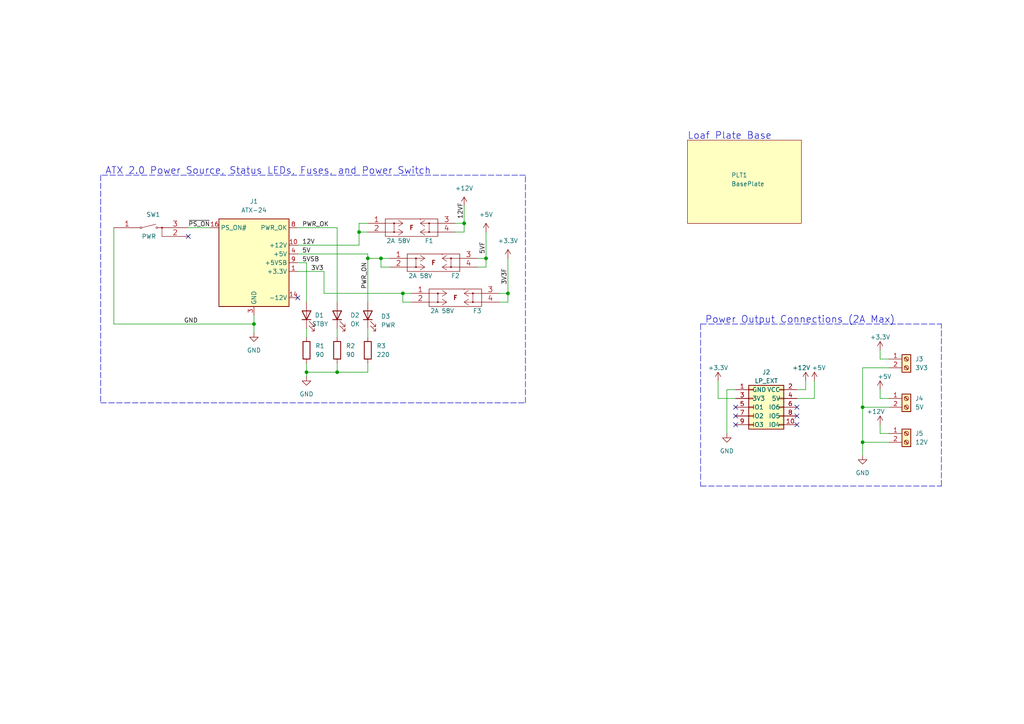
<source format=kicad_sch>
(kicad_sch (version 20211123) (generator eeschema)
  (paper "A4")
  (title_block (title "PSU Plate") (date "2022-12-23") (rev "0") (company "Microcode.io"))
  (lib_symbols
    (symbol "BasePlate:BasePlate"
      (property "Reference" "PLT" (at 0 0 0))
      (property "Value" "BasePlate" (at 0 13.97 0))
      (symbol "BasePlate_0_1"
        (rectangle (start -16.51 12.7) (end 16.51 -11.43) (fill (type background)))
      )
    )
    (symbol "Connector:ATX-24"
      (property "Reference" "J1" (at 0 17.78 0))
      (property "Value" "ATX-24" (at 0 15.24 0))
      (symbol "ATX-24_0_1"
        (rectangle (start -10.16 12.7) (end 10.16 -12.7) (stroke (width 0.254)) (fill (type background)))
      )
      (symbol "ATX-24_1_1"
        (pin power_out line (at 12.7 -2.54 180) (length 2.54) (name "+3.3V") (number "1"))
        (pin power_out line (at 12.7 5.08 180) (length 2.54) (name "+12V") (number "10"))
        (pin passive line (at 12.7 5.08 180) (length 2.54) hide (name "+12V") (number "11"))
        (pin no_connect line (at 12.7 -2.54 180) (length 2.54) hide (name "+3.3V") (number "12"))
        (pin passive line (at 12.7 -2.54 180) (length 2.54) hide (name "+3.3V") (number "13"))
        (pin power_out line (at 12.7 -10.16 180) (length 2.54) (name "-12V") (number "14"))
        (pin passive line (at 0 -15.24 90) (length 2.54) hide (name "GND") (number "15"))
        (pin open_collector line (at -12.7 10.16 0) (length 2.54) (name "PS_ON#") (number "16"))
        (pin passive line (at 0 -15.24 90) (length 2.54) hide (name "GND") (number "17"))
        (pin passive line (at 0 -15.24 90) (length 2.54) hide (name "GND") (number "18"))
        (pin passive line (at 0 -15.24 90) (length 2.54) hide (name "GND") (number "19"))
        (pin passive line (at 12.7 -2.54 180) (length 2.54) hide (name "+3.3V") (number "2"))
        (pin no_connect line (at -10.16 0 0) (length 2.54) hide (name "NC") (number "20"))
        (pin passive line (at 12.7 2.54 180) (length 2.54) hide (name "+5V") (number "21"))
        (pin passive line (at 12.7 2.54 180) (length 2.54) hide (name "+5V") (number "22"))
        (pin passive line (at 12.7 2.54 180) (length 2.54) hide (name "+5V") (number "23"))
        (pin passive line (at 0 -15.24 90) (length 2.54) hide (name "GND") (number "24"))
        (pin power_out line (at 0 -15.24 90) (length 2.54) (name "GND") (number "3"))
        (pin power_out line (at 12.7 2.54 180) (length 2.54) (name "+5V") (number "4"))
        (pin passive line (at 0 -15.24 90) (length 2.54) hide (name "GND") (number "5"))
        (pin passive line (at 12.7 2.54 180) (length 2.54) hide (name "+5V") (number "6"))
        (pin passive line (at 0 -15.24 90) (length 2.54) hide (name "GND") (number "7"))
        (pin output line (at 12.7 10.16 180) (length 2.54) (name "PWR_OK") (number "8"))
        (pin power_out line (at 12.7 0 180) (length 2.54) (name "+5VSB") (number "9"))
      )
    )
    (symbol "Connector:Screw_Terminal_01x02" (pin_names (offset 1.016) hide)
      (property "Reference" "J" (at 0 2.54 0))
      (property "Value" "Screw_Terminal_01x02" (at 0 -5.08 0))
      (symbol "Screw_Terminal_01x02_1_1"
        (rectangle (start -1.27 1.27) (end 1.27 -3.81) (stroke (width 0.254)) (fill (type background)))
        (circle (center 0 -2.54) (radius 0.635) (stroke (width 0.1524)))
        (polyline (pts (xy -0.5334 -2.2098) (xy 0.3302 -3.048)) (stroke (width 0.1524)))
        (polyline (pts (xy -0.5334 0.3302) (xy 0.3302 -0.508)) (stroke (width 0.1524)))
        (polyline (pts (xy -0.3556 -2.032) (xy 0.508 -2.8702)) (stroke (width 0.1524)))
        (polyline (pts (xy -0.3556 0.508) (xy 0.508 -0.3302)) (stroke (width 0.1524)))
        (circle (center 0 0) (radius 0.635) (stroke (width 0.1524)))
        (pin passive line (at -5.08 0 0) (length 3.81) (name "Pin_1") (number "1"))
        (pin passive line (at -5.08 -2.54 0) (length 3.81) (name "Pin_2") (number "2"))
      )
    )
    (symbol "Connector_Generic:Conn_02x05_Odd_Even" (pin_names (offset 1.016))
      (property "Reference" "J?" (at 0 10.16 0))
      (property "Value" "LP_EXT" (at 0 7.62 0))
      (symbol "Conn_02x05_Odd_Even_1_1"
        (rectangle (start -5.08 -4.953) (end -3.81 -5.207) (stroke (width 0.1524)))
        (rectangle (start -5.08 -2.413) (end -3.81 -2.667) (stroke (width 0.1524)))
        (rectangle (start -5.08 0.127) (end -3.81 -0.127) (stroke (width 0.1524)))
        (rectangle (start -5.08 2.667) (end -3.81 2.413) (stroke (width 0.1524)))
        (rectangle (start -5.08 5.207) (end -3.81 4.953) (stroke (width 0.1524)))
        (rectangle (start -5.08 6.35) (end 5.08 -6.35) (stroke (width 0.254)) (fill (type background)))
        (rectangle (start 5.08 -4.953) (end 3.81 -5.207) (stroke (width 0.1524)))
        (rectangle (start 5.08 -2.413) (end 3.81 -2.667) (stroke (width 0.1524)))
        (rectangle (start 5.08 0.127) (end 3.81 -0.127) (stroke (width 0.1524)))
        (rectangle (start 5.08 2.667) (end 3.81 2.413) (stroke (width 0.1524)))
        (rectangle (start 5.08 5.207) (end 3.81 4.953) (stroke (width 0.1524)))
        (pin passive line (at -8.89 5.08 0) (length 3.81) (name "GND") (number "1"))
        (pin bidirectional line (at 8.89 -5.08 180) (length 3.81) (name "IO4") (number "10"))
        (pin passive line (at 8.89 5.08 180) (length 3.81) (name "VCC") (number "2"))
        (pin passive line (at -8.89 2.54 0) (length 3.81) (name "3V3") (number "3"))
        (pin passive line (at 8.89 2.54 180) (length 3.81) (name "5V") (number "4"))
        (pin bidirectional line (at -8.89 0 0) (length 3.81) (name "IO1") (number "5"))
        (pin bidirectional line (at 8.89 0 180) (length 3.81) (name "IO6") (number "6"))
        (pin bidirectional line (at -8.89 -2.54 0) (length 3.81) (name "IO2") (number "7"))
        (pin bidirectional line (at 8.89 -2.54 180) (length 3.81) (name "IO5") (number "8"))
        (pin bidirectional line (at -8.89 -5.08 0) (length 3.81) (name "IO3") (number "9"))
      )
    )
    (symbol "Device:LED" (pin_numbers hide) (pin_names (offset 1.016) hide)
      (property "Reference" "D" (at 0 2.54 0))
      (property "Value" "LED" (at 0 -2.54 0))
      (symbol "LED_0_1"
        (polyline (pts (xy -1.27 -1.27) (xy -1.27 1.27)) (stroke (width 0.254)))
        (polyline (pts (xy -1.27 0) (xy 1.27 0)))
        (polyline (pts (xy 1.27 -1.27) (xy 1.27 1.27) (xy -1.27 0) (xy 1.27 -1.27)) (stroke (width 0.254)))
        (polyline (pts (xy -3.048 -0.762) (xy -4.572 -2.286) (xy -3.81 -2.286) (xy -4.572 -2.286) (xy -4.572 -1.524)))
        (polyline (pts (xy -1.778 -0.762) (xy -3.302 -2.286) (xy -2.54 -2.286) (xy -3.302 -2.286) (xy -3.302 -1.524)))
      )
      (symbol "LED_1_1"
        (pin passive line (at -3.81 0 0) (length 2.54) (name "K") (number "1"))
        (pin passive line (at 3.81 0 180) (length 2.54) (name "A") (number "2"))
      )
    )
    (symbol "Device:R" (pin_numbers hide) (pin_names (offset 0))
      (property "Reference" "R" (at 2.032 0 90))
      (property "Value" "R" (at 0 0 90))
      (symbol "R_0_1"
        (rectangle (start -1.016 -2.54) (end 1.016 2.54) (stroke (width 0.254)))
      )
      (symbol "R_1_1"
        (pin passive line (at 0 3.81 270) (length 1.27) (name "~") (number "1"))
        (pin passive line (at 0 -3.81 90) (length 1.27) (name "~") (number "2"))
      )
    )
    (symbol "ExtraParts:3557-2" (pin_names (offset 0.254) hide)
      (property "Reference" "J" (at -6.35 3.81 0))
      (property "Value" "3557-2" (at 3.81 3.81 0))
      (symbol "3557-2_0_0"
        (text "F" (at 0 0 0) (effects (font (size 1.27 1.27) bold)))
      )
      (symbol "3557-2_1_1"
        (rectangle (start -7.62 2.54) (end 7.62 -2.54))
        (circle (center -5.08 -1.27) (radius 0.127) (stroke (width 0.254)))
        (arc (start -5.08 1.143) (mid -5.08 1.397) (end -5.08 1.143) (stroke (width 0.254)))
        (circle (center -5.08 1.27) (radius 0.127) (stroke (width 0.254)))
        (polyline (pts (xy -5.08 1.27) (xy -5.08 -1.27)) (stroke (width 0.127)))
        (polyline (pts (xy -2.54 -1.27) (xy -7.62 -1.27)) (stroke (width 0.127)))
        (polyline (pts (xy -2.54 -1.27) (xy -3.81 -2.1082)) (stroke (width 0.127)))
        (polyline (pts (xy -2.54 -1.27) (xy -3.81 -0.4318)) (stroke (width 0.127)))
        (polyline (pts (xy -2.54 1.27) (xy -7.62 1.27)) (stroke (width 0.127)))
        (polyline (pts (xy -2.54 1.27) (xy -3.81 0.4318)) (stroke (width 0.127)))
        (polyline (pts (xy -2.54 1.27) (xy -3.81 2.1082)) (stroke (width 0.127)))
        (polyline (pts (xy 2.54 -1.27) (xy 3.81 -2.1082)) (stroke (width 0.127)))
        (polyline (pts (xy 2.54 -1.27) (xy 3.81 -0.4318)) (stroke (width 0.127)))
        (polyline (pts (xy 2.54 -1.27) (xy 7.62 -1.27)) (stroke (width 0.127)))
        (polyline (pts (xy 2.54 1.27) (xy 3.81 0.4318)) (stroke (width 0.127)))
        (polyline (pts (xy 2.54 1.27) (xy 3.81 2.1082)) (stroke (width 0.127)))
        (polyline (pts (xy 2.54 1.27) (xy 7.62 1.27)) (stroke (width 0.127)))
        (polyline (pts (xy 5.08 -1.27) (xy 5.08 1.27)) (stroke (width 0.127)))
        (arc (start 2.54 2.413) (mid 2.54 2.667) (end 2.54 2.413) (stroke (width 0.254)))
        (circle (center 5.08 -1.27) (radius 0.127) (stroke (width 0.254)))
        (arc (start 5.08 -1.143) (mid 5.08 -1.397) (end 5.08 -1.143) (stroke (width 0.254)))
        (circle (center 5.08 1.27) (radius 0.127) (stroke (width 0.254)))
        (arc (start 5.08 1.397) (mid 5.08 1.143) (end 5.08 1.397) (stroke (width 0.254)))
        (pin passive line (at -12.7 1.27 0) (length 5.08) (name "1") (number "1"))
        (pin passive line (at -12.7 -1.27 0) (length 5.08) (name "2") (number "2"))
        (pin passive line (at 12.7 1.27 180) (length 5.08) (name "3") (number "3"))
        (pin passive line (at 12.7 -1.27 180) (length 5.08) (name "4") (number "4"))
      )
    )
    (symbol "ExtraParts:AS11CH" (pin_names (offset 0.254) hide)
      (property "Reference" "SW1" (at 13.97 3.81 0))
      (property "Value" "PWR" (at 30.48 3.81 0))
      (property "Datasheet" "~" (at 20.32 0 0))
      (symbol "AS11CH_0_1"
        (polyline (pts (xy 24.13 0) (xy 22.86 0)))
      )
      (symbol "AS11CH_1_1"
        (polyline (pts (xy 18.288 0) (xy 22.352 1.016)) (stroke (width 0.127)))
        (polyline (pts (xy 24.13 0) (xy 24.13 -2.54)) (stroke (width 0.127)))
        (circle (center 18.034 0) (radius 0.254) (stroke (width 0.127)))
        (arc (start 18.288 0) (mid 17.78 0) (end 18.288 0) (stroke (width 0.127)))
        (circle (center 22.606 0) (radius 0.254) (stroke (width 0.127)))
        (arc (start 22.86 0) (mid 22.352 0) (end 22.86 0) (stroke (width 0.127)))
        (arc (start 24.13 -0.127) (mid 24.13 -0.127) (end 24.13 -0.127) (stroke (width 0.254)))
        (circle (center 24.13 0) (radius 0.127) (stroke (width 0.254)))
        (pin unspecified line (at 10.16 0 0) (length 7.62) (name "1") (number "1"))
        (pin unspecified line (at 31.75 -2.54 180) (length 7.62) (name "2") (number "2"))
        (pin unspecified line (at 31.75 0 180) (length 7.62) (name "3") (number "3"))
      )
    )
    (symbol "power:+12V" (power) (pin_names (offset 0))
      (property "Value" "+12V" (at 0 3.556 0))
      (symbol "+12V_0_1"
        (polyline (pts (xy -0.762 1.27) (xy 0 2.54)))
        (polyline (pts (xy 0 0) (xy 0 2.54)))
        (polyline (pts (xy 0 2.54) (xy 0.762 1.27)))
      )
      (symbol "+12V_1_1"
        (pin power_in line (at 0 0 90) (length 0) hide (name "+12V") (number "1"))
      )
    )
    (symbol "power:+3.3V" (power) (pin_names (offset 0))
      (property "Value" "+3.3V" (at 0 3.556 0))
      (symbol "+3.3V_0_1"
        (polyline (pts (xy -0.762 1.27) (xy 0 2.54)))
        (polyline (pts (xy 0 0) (xy 0 2.54)))
        (polyline (pts (xy 0 2.54) (xy 0.762 1.27)))
      )
      (symbol "+3.3V_1_1"
        (pin power_in line (at 0 0 90) (length 0) hide (name "+3.3V") (number "1"))
      )
    )
    (symbol "power:+5V" (power) (pin_names (offset 0))
      (property "Value" "+5V" (at 0 3.556 0))
      (symbol "+5V_0_1"
        (polyline (pts (xy -0.762 1.27) (xy 0 2.54)))
        (polyline (pts (xy 0 0) (xy 0 2.54)))
        (polyline (pts (xy 0 2.54) (xy 0.762 1.27)))
      )
      (symbol "+5V_1_1"
        (pin power_in line (at 0 0 90) (length 0) hide (name "+5V") (number "1"))
      )
    )
    (symbol "power:GND" (power) (pin_names (offset 0))
      (property "Value" "GND" (at 0 -3.81 0))
      (symbol "GND_0_1"
        (polyline (pts (xy 0 0) (xy 0 -1.27) (xy 1.27 -1.27) (xy 0 -2.54) (xy -1.27 -1.27) (xy 0 -1.27)))
      )
      (symbol "GND_1_1"
        (pin power_in line (at 0 0 270) (length 0) hide (name "GND") (number "1"))
      )
    )
  )
  (junction (at 147.32 85.09))
  (junction (at 134.62 64.77))
  (junction (at 250.19 118.11))
  (junction (at 250.19 128.27))
  (junction (at 97.79 107.95))
  (junction (at 106.68 74.93))
  (junction (at 104.14 67.31))
  (junction (at 110.49 74.93))
  (junction (at 88.9 107.95))
  (junction (at 140.97 74.93))
  (junction (at 116.84 85.09))
  (junction (at 73.66 93.98))
  (no_connect (at 213.36 123.19))
  (no_connect (at 86.36 86.36))
  (no_connect (at 231.14 123.19))
  (no_connect (at 213.36 120.65))
  (no_connect (at 231.14 118.11))
  (no_connect (at 213.36 118.11))
  (no_connect (at 54.61 68.58))
  (no_connect (at 231.14 120.65))
  (wire (pts (xy 231.14 115.57) (xy 236.22 115.57)))
  (wire (pts (xy 138.43 74.93) (xy 140.97 74.93)))
  (wire (pts (xy 116.84 85.09) (xy 119.38 85.09)))
  (wire (pts (xy 147.32 85.09) (xy 147.32 87.63)))
  (polyline (pts (xy 29.21 116.84) (xy 152.4 116.84)))
  (wire (pts (xy 97.79 95.25) (xy 97.79 97.79)))
  (wire (pts (xy 73.66 93.98) (xy 73.66 96.52)))
  (wire (pts (xy 213.36 113.03) (xy 210.82 113.03)))
  (wire (pts (xy 140.97 77.47) (xy 140.97 74.93)))
  (wire (pts (xy 33.02 66.04) (xy 33.02 93.98)))
  (wire (pts (xy 73.66 93.98) (xy 73.66 91.44)))
  (wire (pts (xy 97.79 66.04) (xy 97.79 87.63)))
  (polyline (pts (xy 203.2 93.98) (xy 203.2 140.97)))
  (wire (pts (xy 106.68 74.93) (xy 110.49 74.93)))
  (wire (pts (xy 110.49 77.47) (xy 113.03 77.47)))
  (wire (pts (xy 93.98 78.74) (xy 93.98 85.09)))
  (wire (pts (xy 213.36 115.57) (xy 208.28 115.57)))
  (wire (pts (xy 255.27 104.14) (xy 257.81 104.14)))
  (wire (pts (xy 144.78 85.09) (xy 147.32 85.09)))
  (wire (pts (xy 104.14 64.77) (xy 106.68 64.77)))
  (wire (pts (xy 140.97 67.31) (xy 140.97 74.93)))
  (wire (pts (xy 33.02 93.98) (xy 73.66 93.98)))
  (wire (pts (xy 236.22 110.49) (xy 236.22 115.57)))
  (wire (pts (xy 88.9 105.41) (xy 88.9 107.95)))
  (wire (pts (xy 147.32 74.93) (xy 147.32 85.09)))
  (wire (pts (xy 144.78 87.63) (xy 147.32 87.63)))
  (wire (pts (xy 86.36 78.74) (xy 93.98 78.74)))
  (wire (pts (xy 106.68 73.66) (xy 106.68 74.93)))
  (polyline (pts (xy 29.21 50.8) (xy 29.21 116.84)))
  (wire (pts (xy 134.62 67.31) (xy 134.62 64.77)))
  (wire (pts (xy 255.27 125.73) (xy 257.81 125.73)))
  (wire (pts (xy 250.19 106.68) (xy 250.19 118.11)))
  (wire (pts (xy 255.27 115.57) (xy 257.81 115.57)))
  (wire (pts (xy 255.27 101.6) (xy 255.27 104.14)))
  (wire (pts (xy 86.36 76.2) (xy 88.9 76.2)))
  (polyline (pts (xy 152.4 50.8) (xy 29.21 50.8)))
  (wire (pts (xy 132.08 64.77) (xy 134.62 64.77)))
  (wire (pts (xy 119.38 87.63) (xy 116.84 87.63)))
  (wire (pts (xy 138.43 77.47) (xy 140.97 77.47)))
  (wire (pts (xy 250.19 128.27) (xy 257.81 128.27)))
  (wire (pts (xy 210.82 113.03) (xy 210.82 125.73)))
  (wire (pts (xy 106.68 74.93) (xy 106.68 87.63)))
  (wire (pts (xy 106.68 95.25) (xy 106.68 97.79)))
  (wire (pts (xy 86.36 73.66) (xy 106.68 73.66)))
  (wire (pts (xy 88.9 107.95) (xy 88.9 109.22)))
  (wire (pts (xy 250.19 118.11) (xy 250.19 128.27)))
  (wire (pts (xy 93.98 85.09) (xy 116.84 85.09)))
  (wire (pts (xy 106.68 105.41) (xy 106.68 107.95)))
  (wire (pts (xy 134.62 64.77) (xy 134.62 59.69)))
  (wire (pts (xy 104.14 67.31) (xy 104.14 64.77)))
  (polyline (pts (xy 203.2 140.97) (xy 273.05 140.97)))
  (wire (pts (xy 208.28 110.49) (xy 208.28 115.57)))
  (polyline (pts (xy 152.4 116.84) (xy 152.4 50.8)))
  (wire (pts (xy 54.61 66.04) (xy 60.96 66.04)))
  (wire (pts (xy 231.14 113.03) (xy 233.68 113.03)))
  (polyline (pts (xy 273.05 140.97) (xy 273.05 93.98)))
  (wire (pts (xy 104.14 67.31) (xy 106.68 67.31)))
  (wire (pts (xy 86.36 71.12) (xy 104.14 71.12)))
  (wire (pts (xy 86.36 66.04) (xy 97.79 66.04)))
  (wire (pts (xy 116.84 87.63) (xy 116.84 85.09)))
  (wire (pts (xy 110.49 74.93) (xy 113.03 74.93)))
  (wire (pts (xy 106.68 107.95) (xy 97.79 107.95)))
  (polyline (pts (xy 203.2 93.98) (xy 273.05 93.98)))
  (wire (pts (xy 104.14 71.12) (xy 104.14 67.31)))
  (wire (pts (xy 233.68 110.49) (xy 233.68 113.03)))
  (wire (pts (xy 110.49 77.47) (xy 110.49 74.93)))
  (wire (pts (xy 88.9 95.25) (xy 88.9 97.79)))
  (wire (pts (xy 255.27 113.03) (xy 255.27 115.57)))
  (wire (pts (xy 257.81 106.68) (xy 250.19 106.68)))
  (wire (pts (xy 250.19 118.11) (xy 257.81 118.11)))
  (wire (pts (xy 250.19 128.27) (xy 250.19 132.08)))
  (wire (pts (xy 88.9 76.2) (xy 88.9 87.63)))
  (wire (pts (xy 97.79 107.95) (xy 88.9 107.95)))
  (wire (pts (xy 97.79 105.41) (xy 97.79 107.95)))
  (wire (pts (xy 132.08 67.31) (xy 134.62 67.31)))
  (wire (pts (xy 255.27 123.19) (xy 255.27 125.73)))
  (text "Power Output Connections (2A Max)" (at 204.47 93.98 0) (effects (font (size 2 2)) (justify left bottom)))
  (text "Loaf Plate Base" (at 199.39 40.64 0) (effects (font (size 2 2)) (justify left bottom)))
  (text "ATX 2.0 Power Source, Status LEDs, Fuses, and Power Switch" (at 30.48 50.8 0) (effects (font (size 2 2)) (justify left bottom)))
  (label "3V3" (at 90.17 78.74 0))
  (label "~{PS_ON}" (at 54.61 66.04 0))
  (label "12VF" (at 134.62 63.5 90))
  (label "PWR_OK" (at 87.63 66.04 0))
  (label "PWR_ON" (at 106.68 83.82 90))
  (label "3V3F" (at 147.32 82.55 90))
  (label "5VF" (at 140.97 73.66 90))
  (label "12V" (at 87.63 71.12 0))
  (label "5VSB" (at 87.63 76.2 0))
  (label "GND" (at 53.34 93.98 0))
  (label "5V" (at 87.63 73.66 0))
  (symbol (lib_id "power:+5V") (at 255.27 113.03 0) (unit 1)
    (property "Reference" "#PWR012" (effects hide))
    (property "Value" "+5V" (at 256.54 109.22 0))
  )
  (symbol (lib_id "Connector:Screw_Terminal_01x02") (at 262.89 115.57 0) (unit 1)
    (property "Reference" "J4" (at 265.43 115.5699 0) (effects (justify left)))
    (property "Value" "5V" (at 265.43 118.1099 0) (effects (justify left)))
    (property "Footprint" "TerminalBlock_Phoenix:TerminalBlock_Phoenix_PT-1,5-2-5.0-H_1x02_P5.00mm_Horizontal" (effects hide))
    (property "Datasheet" "https://media.digikey.com/pdf/Data%20Sheets/Phoenix%20Contact%20PDFs/1935161.pdf" (effects hide))
  )
  (symbol (lib_id "Device:LED") (at 97.79 91.44 90) (unit 1)
    (property "Reference" "D2" (at 101.6 91.44 90) (effects (justify right)))
    (property "Value" "OK" (at 101.6 93.98 90) (effects (justify right)))
    (property "Footprint" "LED_THT:LED_D5.0mm_FlatTop" (effects hide))
    (property "Datasheet" "https://www.ttelectronics.com/TTElectronics/media/ProductFiles/Datasheet/OVLL.pdf" (effects hide))
    (property "Notes" "Green" (effects hide))
  )
  (symbol (lib_id "Connector:ATX-24") (at 73.66 76.2 0) (unit 1)
    (property "Reference" "J1" (at 73.66 58.42 0))
    (property "Value" "ATX-24" (at 73.66 60.96 0))
    (property "Footprint" "ExtraParts:MOLEX_469911024" (effects hide))
    (property "Datasheet" "https://www.te.com/commerce/DocumentDelivery/DDEController?Action=srchrtrv&DocNm=1775099&DocType=Customer+Drawing&DocLang=English" (effects hide))
  )
  (symbol (lib_id "power:GND") (at 88.9 109.22 0) (unit 1)
    (property "Reference" "#PWR02" (effects hide))
    (property "Value" "GND" (at 88.9 114.3 0))
  )
  (symbol (lib_id "Device:R") (at 106.68 101.6 0) (unit 1)
    (property "Reference" "R3" (at 109.22 100.33 0) (effects (justify left)))
    (property "Value" "220" (at 109.22 102.87 0) (effects (justify left)))
    (property "Footprint" "Resistor_THT:R_Axial_DIN0207_L6.3mm_D2.5mm_P10.16mm_Horizontal" (effects hide))
    (property "Datasheet" "https://www.seielect.com/catalog/sei-cf_cfm.pdf" (effects hide))
  )
  (symbol (lib_id "ExtraParts:AS11CH") (at 22.86 66.04 0) (unit 1)
    (property "Reference" "SW1" (at 44.45 62.23 0))
    (property "Value" "PWR" (at 43.18 68.58 0))
    (property "Footprint" "ExtraParts:AS11CH" (effects hide))
    (property "Datasheet" "https://www.nkkswitches.com/pdf/Aslides.pdf" (effects hide))
  )
  (symbol (lib_id "ExtraParts:3557-2") (at 132.08 86.36 0) (unit 1)
    (property "Reference" "F3" (at 138.43 90.17 0))
    (property "Value" "2A 58V" (at 128.27 90.17 0))
    (property "Footprint" "ExtraParts:3557-2" (effects hide))
    (property "Datasheet" "https://www.keyelco.com/userAssets/file/M65p41.pdf" (effects hide))
  )
  (symbol (lib_id "Connector:Screw_Terminal_01x02") (at 262.89 125.73 0) (unit 1)
    (property "Reference" "J5" (at 265.43 125.7299 0) (effects (justify left)))
    (property "Value" "12V" (at 265.43 128.2699 0) (effects (justify left)))
    (property "Footprint" "TerminalBlock_Phoenix:TerminalBlock_Phoenix_PT-1,5-2-5.0-H_1x02_P5.00mm_Horizontal" (effects hide))
    (property "Datasheet" "https://media.digikey.com/pdf/Data%20Sheets/Phoenix%20Contact%20PDFs/1935161.pdf" (effects hide))
  )
  (symbol (lib_id "Device:LED") (at 106.68 91.44 90) (unit 1)
    (property "Reference" "D3" (at 110.49 91.7574 90) (effects (justify right)))
    (property "Value" "PWR" (at 110.49 94.2974 90) (effects (justify right)))
    (property "Footprint" "LED_THT:LED_D5.0mm_FlatTop" (effects hide))
    (property "Datasheet" "https://www.ttelectronics.com/TTElectronics/media/ProductFiles/Datasheet/OVLL.pdf" (effects hide))
    (property "Notes" "Red" (effects hide))
  )
  (symbol (lib_id "Device:R") (at 88.9 101.6 0) (unit 1)
    (property "Reference" "R1" (at 91.44 100.3299 0) (effects (justify left)))
    (property "Value" "90" (at 91.44 102.8699 0) (effects (justify left)))
    (property "Footprint" "Resistor_THT:R_Axial_DIN0207_L6.3mm_D2.5mm_P10.16mm_Horizontal" (effects hide))
    (property "Datasheet" "https://www.seielect.com/catalog/sei-cf_cfm.pdf" (effects hide))
  )
  (symbol (lib_id "ExtraParts:3557-2") (at 119.38 66.04 0) (unit 1)
    (property "Reference" "F1" (at 124.46 69.85 0))
    (property "Value" "2A 58V" (at 115.57 69.85 0))
    (property "Footprint" "ExtraParts:3557-2" (effects hide))
    (property "Datasheet" "https://www.keyelco.com/userAssets/file/M65p41.pdf" (effects hide))
  )
  (symbol (lib_id "Connector:Screw_Terminal_01x02") (at 262.89 104.14 0) (unit 1)
    (property "Reference" "J3" (at 265.43 104.1399 0) (effects (justify left)))
    (property "Value" "3V3" (at 265.43 106.6799 0) (effects (justify left)))
    (property "Footprint" "TerminalBlock_Phoenix:TerminalBlock_Phoenix_PT-1,5-2-5.0-H_1x02_P5.00mm_Horizontal" (effects hide))
    (property "Datasheet" "https://media.digikey.com/pdf/Data%20Sheets/Phoenix%20Contact%20PDFs/1935161.pdf" (effects hide))
  )
  (symbol (lib_id "power:+5V") (at 236.22 110.49 0) (unit 1)
    (property "Reference" "#PWR09" (effects hide))
    (property "Value" "+5V" (at 237.49 106.68 0))
  )
  (symbol (lib_id "Device:LED") (at 88.9 91.44 90) (unit 1)
    (property "Reference" "D1" (at 93.98 91.44 90) (effects (justify left)))
    (property "Value" "STBY" (at 95.25 93.98 90) (effects (justify left)))
    (property "Footprint" "LED_THT:LED_D5.0mm_FlatTop" (effects hide))
    (property "Datasheet" "https://www.ttelectronics.com/TTElectronics/media/ProductFiles/Datasheet/OVLL.pdf" (effects hide))
    (property "Notes" "Blue" (effects hide))
  )
  (symbol (lib_id "power:+5V") (at 140.97 67.31 0) (unit 1)
    (property "Reference" "#PWR04" (effects hide))
    (property "Value" "+5V" (at 140.97 62.23 0))
  )
  (symbol (lib_id "power:+12V") (at 255.27 123.19 0) (unit 1)
    (property "Reference" "#PWR013" (effects hide))
    (property "Value" "+12V" (at 254 119.38 0))
  )
  (symbol (lib_id "power:GND") (at 73.66 96.52 0) (unit 1)
    (property "Reference" "#PWR01" (effects hide))
    (property "Value" "GND" (at 73.66 101.6 0))
  )
  (symbol (lib_id "power:GND") (at 250.19 132.08 0) (unit 1)
    (property "Reference" "#PWR010" (effects hide))
    (property "Value" "GND" (at 250.19 137.16 0))
  )
  (symbol (lib_id "Connector_Generic:Conn_02x05_Odd_Even") (at 222.25 118.11 0) (unit 1)
    (property "Reference" "J2" (at 222.25 107.95 0))
    (property "Value" "LP_EXT" (at 222.25 110.49 0))
    (property "Footprint" "Connector_IDC:IDC-Header_2x05_P2.54mm_Horizontal" (effects hide))
    (property "Datasheet" "http://www.cnctech.us/pdfs/3020-XX-0200-00_.pdf" (effects hide))
  )
  (symbol (lib_id "power:GND") (at 210.82 125.73 0) (unit 1)
    (property "Reference" "#PWR07" (effects hide))
    (property "Value" "GND" (at 210.82 130.81 0))
  )
  (symbol (lib_id "power:+3.3V") (at 147.32 74.93 0) (unit 1)
    (property "Reference" "#PWR05" (effects hide))
    (property "Value" "+3.3V" (at 147.32 69.85 0))
  )
  (symbol (lib_id "power:+12V") (at 134.62 59.69 0) (unit 1)
    (property "Reference" "#PWR03" (effects hide))
    (property "Value" "+12V" (at 134.62 54.61 0))
  )
  (symbol (lib_id "BasePlate:BasePlate") (at 215.9 53.34 0) (unit 1)
    (property "Reference" "PLT1" (at 212.09 50.8 0) (effects (justify left)))
    (property "Value" "BasePlate" (at 212.09 53.34 0) (effects (justify left)))
    (property "Footprint" "CustomFootprintLibrary:Breadboard_Busx02_Terminalx01_Tiesx830_WithMounts" (effects hide))
    (property "Notes" "Custom part" (effects hide))
  )
  (symbol (lib_id "ExtraParts:3557-2") (at 125.73 76.2 0) (unit 1)
    (property "Reference" "F2" (at 132.08 80.01 0))
    (property "Value" "2A 58V" (at 121.92 80.01 0))
    (property "Footprint" "ExtraParts:3557-2" (effects hide))
    (property "Datasheet" "https://www.keyelco.com/userAssets/file/M65p41.pdf" (effects hide))
  )
  (symbol (lib_id "Device:R") (at 97.79 101.6 0) (unit 1)
    (property "Reference" "R2" (at 100.33 100.3299 0) (effects (justify left)))
    (property "Value" "90" (at 100.33 102.8699 0) (effects (justify left)))
    (property "Footprint" "Resistor_THT:R_Axial_DIN0207_L6.3mm_D2.5mm_P10.16mm_Horizontal" (effects hide))
    (property "Datasheet" "https://www.seielect.com/catalog/sei-cf_cfm.pdf" (effects hide))
  )
  (symbol (lib_id "power:+12V") (at 233.68 110.49 0) (unit 1)
    (property "Reference" "#PWR08" (effects hide))
    (property "Value" "+12V" (at 232.41 106.68 0))
  )
  (symbol (lib_id "power:+3.3V") (at 255.27 101.6 0) (unit 1)
    (property "Reference" "#PWR011" (effects hide))
    (property "Value" "+3.3V" (at 255.27 97.79 0))
  )
  (symbol (lib_id "power:+3.3V") (at 208.28 110.49 0) (unit 1)
    (property "Reference" "#PWR06" (effects hide))
    (property "Value" "+3.3V" (at 208.28 106.68 0))
  )
)
</source>
